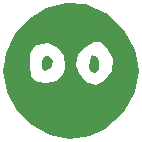
<source format=gbr>
%TF.GenerationSoftware,KiCad,Pcbnew,(6.0.4)*%
%TF.CreationDate,2022-05-25T21:12:10+01:00*%
%TF.ProjectId,7SegmentDB,37536567-6d65-46e7-9444-422e6b696361,V1.0*%
%TF.SameCoordinates,Original*%
%TF.FileFunction,Legend,Bot*%
%TF.FilePolarity,Positive*%
%FSLAX46Y46*%
G04 Gerber Fmt 4.6, Leading zero omitted, Abs format (unit mm)*
G04 Created by KiCad (PCBNEW (6.0.4)) date 2022-05-25 21:12:10*
%MOMM*%
%LPD*%
G01*
G04 APERTURE LIST*
G04 APERTURE END LIST*
%TO.C,G\u002A\u002A\u002A*%
G36*
X170390782Y-84752232D02*
G01*
X169439233Y-86413593D01*
X167862990Y-87841501D01*
X166572194Y-88462574D01*
X164867538Y-88682231D01*
X163185985Y-88348029D01*
X161655448Y-87532886D01*
X160403839Y-86309721D01*
X159559071Y-84751453D01*
X159249056Y-82931000D01*
X159306678Y-82507215D01*
X161464771Y-82507215D01*
X161600249Y-83375655D01*
X161949613Y-83784062D01*
X162713316Y-83935697D01*
X162859248Y-83947806D01*
X163733523Y-83841038D01*
X164253557Y-83296127D01*
X164464939Y-82675221D01*
X164444182Y-82477829D01*
X165399759Y-82477829D01*
X165466846Y-82675221D01*
X165627194Y-83147015D01*
X166241704Y-83869491D01*
X166474905Y-84013072D01*
X167073298Y-84154954D01*
X167762127Y-83800349D01*
X167774408Y-83791670D01*
X168411950Y-82954774D01*
X168490744Y-81927306D01*
X167988292Y-80988948D01*
X167963085Y-80963819D01*
X167401573Y-80516945D01*
X166880309Y-80527863D01*
X166105416Y-80997986D01*
X165583942Y-81524839D01*
X165399759Y-82477829D01*
X164444182Y-82477829D01*
X164364302Y-81718176D01*
X163838529Y-80974212D01*
X163032433Y-80610781D01*
X162090827Y-80795332D01*
X161831047Y-80963485D01*
X161487605Y-81523057D01*
X161464771Y-82507215D01*
X159306678Y-82507215D01*
X159449057Y-81460076D01*
X160195952Y-79842876D01*
X161375568Y-78546027D01*
X162859993Y-77642446D01*
X164521313Y-77205053D01*
X166231616Y-77306763D01*
X167862990Y-78020499D01*
X167950042Y-78079992D01*
X169497268Y-79521300D01*
X170419799Y-81190700D01*
X170542905Y-81927306D01*
X170717636Y-82972806D01*
X170390782Y-84752232D01*
G37*
G36*
X167178709Y-81773892D02*
G01*
X167349358Y-82072693D01*
X167334127Y-82787902D01*
X167092438Y-83163199D01*
X166702502Y-83014868D01*
X166531853Y-82716068D01*
X166547084Y-82000859D01*
X166788773Y-81625562D01*
X167178709Y-81773892D01*
G37*
G36*
X163433129Y-82042703D02*
G01*
X163363141Y-82573254D01*
X163289917Y-82670955D01*
X162805408Y-82931000D01*
X162516219Y-82675518D01*
X162512024Y-82137481D01*
X162801801Y-81694165D01*
X163149216Y-81670479D01*
X163433129Y-82042703D01*
G37*
%TD*%
M02*

</source>
